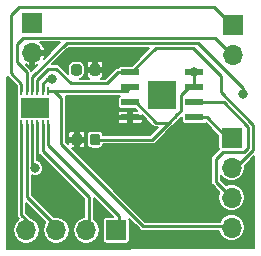
<source format=gtl>
G04 #@! TF.GenerationSoftware,KiCad,Pcbnew,5.0.1-33cea8e~68~ubuntu14.04.1*
G04 #@! TF.CreationDate,2018-11-21T18:03:04-08:00*
G04 #@! TF.ProjectId,ga4-evalboard,6761342D6576616C626F6172642E6B69,rev?*
G04 #@! TF.SameCoordinates,Original*
G04 #@! TF.FileFunction,Copper,L1,Top,Signal*
G04 #@! TF.FilePolarity,Positive*
%FSLAX46Y46*%
G04 Gerber Fmt 4.6, Leading zero omitted, Abs format (unit mm)*
G04 Created by KiCad (PCBNEW 5.0.1-33cea8e~68~ubuntu14.04.1) date Wed 21 Nov 2018 06:03:04 PM PST*
%MOMM*%
%LPD*%
G01*
G04 APERTURE LIST*
G04 #@! TA.AperFunction,SMDPad,CuDef*
%ADD10R,1.550000X0.600000*%
G04 #@! TD*
G04 #@! TA.AperFunction,SMDPad,CuDef*
%ADD11R,2.350000X2.350000*%
G04 #@! TD*
G04 #@! TA.AperFunction,Conductor*
%ADD12C,0.100000*%
G04 #@! TD*
G04 #@! TA.AperFunction,SMDPad,CuDef*
%ADD13C,0.875000*%
G04 #@! TD*
G04 #@! TA.AperFunction,ComponentPad*
%ADD14O,1.700000X1.700000*%
G04 #@! TD*
G04 #@! TA.AperFunction,ComponentPad*
%ADD15R,1.700000X1.700000*%
G04 #@! TD*
G04 #@! TA.AperFunction,SMDPad,CuDef*
%ADD16R,0.250000X0.700000*%
G04 #@! TD*
G04 #@! TA.AperFunction,SMDPad,CuDef*
%ADD17R,2.380000X1.660000*%
G04 #@! TD*
G04 #@! TA.AperFunction,ViaPad*
%ADD18C,0.800000*%
G04 #@! TD*
G04 #@! TA.AperFunction,Conductor*
%ADD19C,0.250000*%
G04 #@! TD*
G04 #@! TA.AperFunction,Conductor*
%ADD20C,0.160000*%
G04 #@! TD*
G04 APERTURE END LIST*
D10*
G04 #@! TO.P,U4,1*
G04 #@! TO.N,01.03*
X144175000Y-97695000D03*
G04 #@! TO.P,U4,2*
G04 #@! TO.N,01.17*
X144175000Y-98965000D03*
G04 #@! TO.P,U4,3*
G04 #@! TO.N,RESET*
X144175000Y-100235000D03*
G04 #@! TO.P,U4,4*
G04 #@! TO.N,GND*
X144175000Y-101505000D03*
G04 #@! TO.P,U4,5*
G04 #@! TO.N,01.05*
X149575000Y-101505000D03*
G04 #@! TO.P,U4,6*
G04 #@! TO.N,01.01*
X149575000Y-100235000D03*
G04 #@! TO.P,U4,7*
G04 #@! TO.N,RESET*
X149575000Y-98965000D03*
G04 #@! TO.P,U4,8*
X149575000Y-97695000D03*
D11*
G04 #@! TO.P,U4,9*
G04 #@! TO.N,N/C*
X146875000Y-99600000D03*
G04 #@! TD*
D12*
G04 #@! TO.N,GND*
G04 #@! TO.C,C1*
G36*
X141415191Y-97001053D02*
X141436426Y-97004203D01*
X141457250Y-97009419D01*
X141477462Y-97016651D01*
X141496868Y-97025830D01*
X141515281Y-97036866D01*
X141532524Y-97049654D01*
X141548430Y-97064070D01*
X141562846Y-97079976D01*
X141575634Y-97097219D01*
X141586670Y-97115632D01*
X141595849Y-97135038D01*
X141603081Y-97155250D01*
X141608297Y-97176074D01*
X141611447Y-97197309D01*
X141612500Y-97218750D01*
X141612500Y-97731250D01*
X141611447Y-97752691D01*
X141608297Y-97773926D01*
X141603081Y-97794750D01*
X141595849Y-97814962D01*
X141586670Y-97834368D01*
X141575634Y-97852781D01*
X141562846Y-97870024D01*
X141548430Y-97885930D01*
X141532524Y-97900346D01*
X141515281Y-97913134D01*
X141496868Y-97924170D01*
X141477462Y-97933349D01*
X141457250Y-97940581D01*
X141436426Y-97945797D01*
X141415191Y-97948947D01*
X141393750Y-97950000D01*
X140956250Y-97950000D01*
X140934809Y-97948947D01*
X140913574Y-97945797D01*
X140892750Y-97940581D01*
X140872538Y-97933349D01*
X140853132Y-97924170D01*
X140834719Y-97913134D01*
X140817476Y-97900346D01*
X140801570Y-97885930D01*
X140787154Y-97870024D01*
X140774366Y-97852781D01*
X140763330Y-97834368D01*
X140754151Y-97814962D01*
X140746919Y-97794750D01*
X140741703Y-97773926D01*
X140738553Y-97752691D01*
X140737500Y-97731250D01*
X140737500Y-97218750D01*
X140738553Y-97197309D01*
X140741703Y-97176074D01*
X140746919Y-97155250D01*
X140754151Y-97135038D01*
X140763330Y-97115632D01*
X140774366Y-97097219D01*
X140787154Y-97079976D01*
X140801570Y-97064070D01*
X140817476Y-97049654D01*
X140834719Y-97036866D01*
X140853132Y-97025830D01*
X140872538Y-97016651D01*
X140892750Y-97009419D01*
X140913574Y-97004203D01*
X140934809Y-97001053D01*
X140956250Y-97000000D01*
X141393750Y-97000000D01*
X141415191Y-97001053D01*
X141415191Y-97001053D01*
G37*
D13*
G04 #@! TD*
G04 #@! TO.P,C1,2*
G04 #@! TO.N,GND*
X141175000Y-97475000D03*
D12*
G04 #@! TO.N,RESET*
G04 #@! TO.C,C1*
G36*
X139840191Y-97001053D02*
X139861426Y-97004203D01*
X139882250Y-97009419D01*
X139902462Y-97016651D01*
X139921868Y-97025830D01*
X139940281Y-97036866D01*
X139957524Y-97049654D01*
X139973430Y-97064070D01*
X139987846Y-97079976D01*
X140000634Y-97097219D01*
X140011670Y-97115632D01*
X140020849Y-97135038D01*
X140028081Y-97155250D01*
X140033297Y-97176074D01*
X140036447Y-97197309D01*
X140037500Y-97218750D01*
X140037500Y-97731250D01*
X140036447Y-97752691D01*
X140033297Y-97773926D01*
X140028081Y-97794750D01*
X140020849Y-97814962D01*
X140011670Y-97834368D01*
X140000634Y-97852781D01*
X139987846Y-97870024D01*
X139973430Y-97885930D01*
X139957524Y-97900346D01*
X139940281Y-97913134D01*
X139921868Y-97924170D01*
X139902462Y-97933349D01*
X139882250Y-97940581D01*
X139861426Y-97945797D01*
X139840191Y-97948947D01*
X139818750Y-97950000D01*
X139381250Y-97950000D01*
X139359809Y-97948947D01*
X139338574Y-97945797D01*
X139317750Y-97940581D01*
X139297538Y-97933349D01*
X139278132Y-97924170D01*
X139259719Y-97913134D01*
X139242476Y-97900346D01*
X139226570Y-97885930D01*
X139212154Y-97870024D01*
X139199366Y-97852781D01*
X139188330Y-97834368D01*
X139179151Y-97814962D01*
X139171919Y-97794750D01*
X139166703Y-97773926D01*
X139163553Y-97752691D01*
X139162500Y-97731250D01*
X139162500Y-97218750D01*
X139163553Y-97197309D01*
X139166703Y-97176074D01*
X139171919Y-97155250D01*
X139179151Y-97135038D01*
X139188330Y-97115632D01*
X139199366Y-97097219D01*
X139212154Y-97079976D01*
X139226570Y-97064070D01*
X139242476Y-97049654D01*
X139259719Y-97036866D01*
X139278132Y-97025830D01*
X139297538Y-97016651D01*
X139317750Y-97009419D01*
X139338574Y-97004203D01*
X139359809Y-97001053D01*
X139381250Y-97000000D01*
X139818750Y-97000000D01*
X139840191Y-97001053D01*
X139840191Y-97001053D01*
G37*
D13*
G04 #@! TD*
G04 #@! TO.P,C1,1*
G04 #@! TO.N,RESET*
X139600000Y-97475000D03*
D12*
G04 #@! TO.N,GND*
G04 #@! TO.C,C8*
G36*
X139865191Y-102901053D02*
X139886426Y-102904203D01*
X139907250Y-102909419D01*
X139927462Y-102916651D01*
X139946868Y-102925830D01*
X139965281Y-102936866D01*
X139982524Y-102949654D01*
X139998430Y-102964070D01*
X140012846Y-102979976D01*
X140025634Y-102997219D01*
X140036670Y-103015632D01*
X140045849Y-103035038D01*
X140053081Y-103055250D01*
X140058297Y-103076074D01*
X140061447Y-103097309D01*
X140062500Y-103118750D01*
X140062500Y-103631250D01*
X140061447Y-103652691D01*
X140058297Y-103673926D01*
X140053081Y-103694750D01*
X140045849Y-103714962D01*
X140036670Y-103734368D01*
X140025634Y-103752781D01*
X140012846Y-103770024D01*
X139998430Y-103785930D01*
X139982524Y-103800346D01*
X139965281Y-103813134D01*
X139946868Y-103824170D01*
X139927462Y-103833349D01*
X139907250Y-103840581D01*
X139886426Y-103845797D01*
X139865191Y-103848947D01*
X139843750Y-103850000D01*
X139406250Y-103850000D01*
X139384809Y-103848947D01*
X139363574Y-103845797D01*
X139342750Y-103840581D01*
X139322538Y-103833349D01*
X139303132Y-103824170D01*
X139284719Y-103813134D01*
X139267476Y-103800346D01*
X139251570Y-103785930D01*
X139237154Y-103770024D01*
X139224366Y-103752781D01*
X139213330Y-103734368D01*
X139204151Y-103714962D01*
X139196919Y-103694750D01*
X139191703Y-103673926D01*
X139188553Y-103652691D01*
X139187500Y-103631250D01*
X139187500Y-103118750D01*
X139188553Y-103097309D01*
X139191703Y-103076074D01*
X139196919Y-103055250D01*
X139204151Y-103035038D01*
X139213330Y-103015632D01*
X139224366Y-102997219D01*
X139237154Y-102979976D01*
X139251570Y-102964070D01*
X139267476Y-102949654D01*
X139284719Y-102936866D01*
X139303132Y-102925830D01*
X139322538Y-102916651D01*
X139342750Y-102909419D01*
X139363574Y-102904203D01*
X139384809Y-102901053D01*
X139406250Y-102900000D01*
X139843750Y-102900000D01*
X139865191Y-102901053D01*
X139865191Y-102901053D01*
G37*
D13*
G04 #@! TD*
G04 #@! TO.P,C8,1*
G04 #@! TO.N,GND*
X139625000Y-103375000D03*
D12*
G04 #@! TO.N,RESET*
G04 #@! TO.C,C8*
G36*
X141440191Y-102901053D02*
X141461426Y-102904203D01*
X141482250Y-102909419D01*
X141502462Y-102916651D01*
X141521868Y-102925830D01*
X141540281Y-102936866D01*
X141557524Y-102949654D01*
X141573430Y-102964070D01*
X141587846Y-102979976D01*
X141600634Y-102997219D01*
X141611670Y-103015632D01*
X141620849Y-103035038D01*
X141628081Y-103055250D01*
X141633297Y-103076074D01*
X141636447Y-103097309D01*
X141637500Y-103118750D01*
X141637500Y-103631250D01*
X141636447Y-103652691D01*
X141633297Y-103673926D01*
X141628081Y-103694750D01*
X141620849Y-103714962D01*
X141611670Y-103734368D01*
X141600634Y-103752781D01*
X141587846Y-103770024D01*
X141573430Y-103785930D01*
X141557524Y-103800346D01*
X141540281Y-103813134D01*
X141521868Y-103824170D01*
X141502462Y-103833349D01*
X141482250Y-103840581D01*
X141461426Y-103845797D01*
X141440191Y-103848947D01*
X141418750Y-103850000D01*
X140981250Y-103850000D01*
X140959809Y-103848947D01*
X140938574Y-103845797D01*
X140917750Y-103840581D01*
X140897538Y-103833349D01*
X140878132Y-103824170D01*
X140859719Y-103813134D01*
X140842476Y-103800346D01*
X140826570Y-103785930D01*
X140812154Y-103770024D01*
X140799366Y-103752781D01*
X140788330Y-103734368D01*
X140779151Y-103714962D01*
X140771919Y-103694750D01*
X140766703Y-103673926D01*
X140763553Y-103652691D01*
X140762500Y-103631250D01*
X140762500Y-103118750D01*
X140763553Y-103097309D01*
X140766703Y-103076074D01*
X140771919Y-103055250D01*
X140779151Y-103035038D01*
X140788330Y-103015632D01*
X140799366Y-102997219D01*
X140812154Y-102979976D01*
X140826570Y-102964070D01*
X140842476Y-102949654D01*
X140859719Y-102936866D01*
X140878132Y-102925830D01*
X140897538Y-102916651D01*
X140917750Y-102909419D01*
X140938574Y-102904203D01*
X140959809Y-102901053D01*
X140981250Y-102900000D01*
X141418750Y-102900000D01*
X141440191Y-102901053D01*
X141440191Y-102901053D01*
G37*
D13*
G04 #@! TD*
G04 #@! TO.P,C8,2*
G04 #@! TO.N,RESET*
X141200000Y-103375000D03*
D14*
G04 #@! TO.P,J1,2*
G04 #@! TO.N,GND*
X135850000Y-96040000D03*
D15*
G04 #@! TO.P,J1,1*
G04 #@! TO.N,RESET*
X135850000Y-93500000D03*
G04 #@! TD*
G04 #@! TO.P,J2,1*
G04 #@! TO.N,11.ai*
X152875000Y-93700000D03*
D14*
G04 #@! TO.P,J2,2*
G04 #@! TO.N,11.aO*
X152875000Y-96240000D03*
G04 #@! TD*
D16*
G04 #@! TO.P,U1,1*
G04 #@! TO.N,10.17*
X134950000Y-102075000D03*
G04 #@! TO.P,U1,2*
G04 #@! TO.N,10.01*
X135400000Y-102075000D03*
G04 #@! TO.P,U1,3*
G04 #@! TO.N,RESET*
X135850000Y-102075000D03*
G04 #@! TO.P,U1,4*
G04 #@! TO.N,GND*
X136300000Y-102075000D03*
G04 #@! TO.P,U1,5*
G04 #@! TO.N,00.17*
X136750000Y-102075000D03*
G04 #@! TO.P,U1,6*
G04 #@! TO.N,00.01*
X137200000Y-102075000D03*
G04 #@! TO.P,U1,7*
G04 #@! TO.N,01.17*
X137200000Y-99275000D03*
G04 #@! TO.P,U1,8*
G04 #@! TO.N,01.01*
X136750000Y-99275000D03*
G04 #@! TO.P,U1,9*
G04 #@! TO.N,01.03*
X136300000Y-99275000D03*
G04 #@! TO.P,U1,10*
G04 #@! TO.N,01.05*
X135850000Y-99275000D03*
G04 #@! TO.P,U1,11*
G04 #@! TO.N,11.aO*
X135400000Y-99275000D03*
G04 #@! TO.P,U1,12*
G04 #@! TO.N,11.ai*
X134950000Y-99275000D03*
D17*
G04 #@! TO.P,U1,13*
G04 #@! TO.N,N/C*
X136075000Y-100675000D03*
G04 #@! TD*
D15*
G04 #@! TO.P,J3,1*
G04 #@! TO.N,01.05*
X152750000Y-103200000D03*
D14*
G04 #@! TO.P,J3,2*
G04 #@! TO.N,01.03*
X152750000Y-105740000D03*
G04 #@! TO.P,J3,3*
G04 #@! TO.N,01.01*
X152750000Y-108280000D03*
G04 #@! TO.P,J3,4*
G04 #@! TO.N,01.17*
X152750000Y-110820000D03*
G04 #@! TD*
G04 #@! TO.P,J4,4*
G04 #@! TO.N,10.17*
X135355000Y-111050000D03*
G04 #@! TO.P,J4,3*
G04 #@! TO.N,10.01*
X137895000Y-111050000D03*
G04 #@! TO.P,J4,2*
G04 #@! TO.N,00.17*
X140435000Y-111050000D03*
D15*
G04 #@! TO.P,J4,1*
G04 #@! TO.N,00.01*
X142975000Y-111050000D03*
G04 #@! TD*
D18*
G04 #@! TO.N,GND*
X139625000Y-103350000D03*
G04 #@! TO.N,RESET*
X139550000Y-97475000D03*
G04 #@! TO.N,GND*
X141175000Y-97475000D03*
G04 #@! TO.N,01.05*
X153675160Y-99549840D03*
G04 #@! TO.N,RESET*
X136125000Y-105800000D03*
X149575000Y-97695000D03*
G04 #@! TO.N,01.01*
X137574840Y-98275160D03*
G04 #@! TD*
D19*
G04 #@! TO.N,11.aO*
X135400000Y-98675000D02*
X135400000Y-99275000D01*
X135400000Y-98675000D02*
X135400000Y-97675000D01*
X135050000Y-97325000D02*
X134925000Y-97200000D01*
X135400000Y-97675000D02*
X135050000Y-97325000D01*
G04 #@! TO.N,RESET*
X149575000Y-97695000D02*
X149575000Y-97695000D01*
X135850000Y-105525000D02*
X136125000Y-105800000D01*
X135850000Y-102075000D02*
X135850000Y-105525000D01*
X149575000Y-97695000D02*
X149575000Y-98965000D01*
X148474999Y-99590001D02*
X149100000Y-98965000D01*
X148474999Y-100935003D02*
X148474999Y-99590001D01*
X149100000Y-98965000D02*
X149575000Y-98965000D01*
X148160002Y-101250000D02*
X148474999Y-100935003D01*
X141200000Y-103375000D02*
X146035002Y-103375000D01*
X147910002Y-101500000D02*
X148160002Y-101250000D01*
X146350002Y-101935002D02*
X147475000Y-101935002D01*
X144650000Y-100235000D02*
X146350002Y-101935002D01*
X144175000Y-100235000D02*
X144650000Y-100235000D01*
X147475000Y-101935002D02*
X148160002Y-101250000D01*
X146035002Y-103375000D02*
X147475000Y-101935002D01*
G04 #@! TO.N,11.ai*
X134950000Y-98675000D02*
X134950000Y-99275000D01*
X134050000Y-97775000D02*
X134950000Y-98675000D01*
X134050000Y-92825000D02*
X134050000Y-97775000D01*
X134725000Y-92150000D02*
X134050000Y-92825000D01*
X151275000Y-92150000D02*
X134725000Y-92150000D01*
X152775000Y-93650000D02*
X151275000Y-92150000D01*
G04 #@! TO.N,11.aO*
X134550000Y-96825000D02*
X135050000Y-97325000D01*
X151334978Y-94749978D02*
X135050022Y-94749978D01*
X134550000Y-95250000D02*
X134550000Y-96825000D01*
X135050022Y-94749978D02*
X134550000Y-95250000D01*
X152775000Y-96190000D02*
X151334978Y-94749978D01*
G04 #@! TO.N,01.05*
X152325000Y-103200000D02*
X152750000Y-103200000D01*
X150630000Y-101505000D02*
X152325000Y-103200000D01*
X149575000Y-101505000D02*
X150630000Y-101505000D01*
X149890994Y-95199989D02*
X153675160Y-98984155D01*
X135850000Y-99275000D02*
X135850000Y-98113589D01*
X138763600Y-95199989D02*
X149890994Y-95199989D01*
X135850000Y-98113589D02*
X138763600Y-95199989D01*
X153675160Y-98984155D02*
X153675160Y-99549840D01*
G04 #@! TO.N,01.03*
X136300000Y-98300000D02*
X136300000Y-99275000D01*
X137870057Y-97370057D02*
X137229943Y-97370057D01*
X137229943Y-97370057D02*
X136300000Y-98300000D01*
X139125000Y-98625000D02*
X137870057Y-97370057D01*
X142220000Y-98625000D02*
X139125000Y-98625000D01*
X143150000Y-97695000D02*
X142220000Y-98625000D01*
X144175000Y-97695000D02*
X143150000Y-97695000D01*
X153231413Y-105640000D02*
X152950000Y-105640000D01*
X154574990Y-104296423D02*
X153231413Y-105640000D01*
X154574990Y-102103577D02*
X154574990Y-104296423D01*
X151825000Y-99353587D02*
X154574990Y-102103577D01*
X151825000Y-97975000D02*
X151825000Y-99353587D01*
X149500000Y-95650000D02*
X151825000Y-97975000D01*
X146300000Y-95650000D02*
X149500000Y-95650000D01*
X144255000Y-97695000D02*
X146300000Y-95650000D01*
X144175000Y-97695000D02*
X144255000Y-97695000D01*
G04 #@! TO.N,01.01*
X136750000Y-98675000D02*
X137149840Y-98275160D01*
X136750000Y-99275000D02*
X136750000Y-98675000D01*
X137149840Y-98275160D02*
X137574840Y-98275160D01*
X151400000Y-106930000D02*
X152750000Y-108280000D01*
X151400000Y-105025000D02*
X151400000Y-106930000D01*
X151975000Y-104450000D02*
X151400000Y-105025000D01*
X153785002Y-104450000D02*
X151975000Y-104450000D01*
X154124979Y-104110023D02*
X153785002Y-104450000D01*
X154124979Y-102289977D02*
X154124979Y-104110023D01*
X152070002Y-100235000D02*
X154124979Y-102289977D01*
X149575000Y-100235000D02*
X152070002Y-100235000D01*
G04 #@! TO.N,01.17*
X151747919Y-110720000D02*
X152950000Y-110720000D01*
X143865000Y-99275000D02*
X144175000Y-98965000D01*
X138375000Y-99275000D02*
X143865000Y-99275000D01*
X150975000Y-110720000D02*
X151747919Y-110720000D01*
X150454998Y-110720000D02*
X150975000Y-110720000D01*
X138375000Y-99275000D02*
X138425000Y-99275000D01*
X137200000Y-99275000D02*
X137725000Y-99275000D01*
X137725000Y-99275000D02*
X138375000Y-99275000D01*
X145270000Y-110720000D02*
X150975000Y-110720000D01*
X138325000Y-103775000D02*
X145270000Y-110720000D01*
X138325000Y-99875000D02*
X138325000Y-103775000D01*
X137725000Y-99275000D02*
X138325000Y-99875000D01*
G04 #@! TO.N,10.17*
X134950000Y-102675000D02*
X134950000Y-102075000D01*
X134950000Y-109725000D02*
X134950000Y-102675000D01*
X135585000Y-110360000D02*
X134950000Y-109725000D01*
X135585000Y-110950000D02*
X135585000Y-110360000D01*
G04 #@! TO.N,10.01*
X135400000Y-102675000D02*
X135400000Y-102075000D01*
X138125000Y-110950000D02*
X135400000Y-108225000D01*
X135400000Y-108225000D02*
X135400000Y-102675000D01*
G04 #@! TO.N,00.17*
X136750000Y-104362291D02*
X136750000Y-102075000D01*
X140665000Y-108277291D02*
X136750000Y-104362291D01*
X140665000Y-110950000D02*
X140665000Y-108277291D01*
G04 #@! TO.N,00.01*
X137200000Y-103845000D02*
X137200000Y-102075000D01*
X143205000Y-109850000D02*
X137200000Y-103845000D01*
X143205000Y-110950000D02*
X143205000Y-109850000D01*
G04 #@! TD*
D20*
G04 #@! TO.N,GND*
G36*
X133758013Y-98066988D02*
X133791826Y-98089581D01*
X134545000Y-98842757D01*
X134545000Y-98897423D01*
X134539515Y-98925000D01*
X134539515Y-99625000D01*
X134561246Y-99734250D01*
X134607712Y-99803791D01*
X134599515Y-99845000D01*
X134599515Y-101505000D01*
X134607712Y-101546209D01*
X134561246Y-101615750D01*
X134539515Y-101725000D01*
X134539515Y-102425000D01*
X134545000Y-102452577D01*
X134545000Y-102714886D01*
X134545001Y-102714891D01*
X134545000Y-109685117D01*
X134537067Y-109725000D01*
X134545000Y-109764883D01*
X134545000Y-109764886D01*
X134568499Y-109883022D01*
X134658012Y-110016988D01*
X134691828Y-110039584D01*
X134748473Y-110096228D01*
X134540315Y-110235315D01*
X134290563Y-110609096D01*
X134202862Y-111050000D01*
X134290563Y-111490904D01*
X134540315Y-111864685D01*
X134914096Y-112114437D01*
X135243704Y-112180000D01*
X135466296Y-112180000D01*
X135795904Y-112114437D01*
X136169685Y-111864685D01*
X136419437Y-111490904D01*
X136507138Y-111050000D01*
X136419437Y-110609096D01*
X136169685Y-110235315D01*
X135795904Y-109985563D01*
X135780194Y-109982438D01*
X135355000Y-109557245D01*
X135355000Y-108752755D01*
X136983081Y-110380837D01*
X136830563Y-110609096D01*
X136742862Y-111050000D01*
X136830563Y-111490904D01*
X137080315Y-111864685D01*
X137454096Y-112114437D01*
X137783704Y-112180000D01*
X138006296Y-112180000D01*
X138335904Y-112114437D01*
X138709685Y-111864685D01*
X138959437Y-111490904D01*
X139047138Y-111050000D01*
X138959437Y-110609096D01*
X138709685Y-110235315D01*
X138335904Y-109985563D01*
X138006296Y-109920000D01*
X137783704Y-109920000D01*
X137686993Y-109939237D01*
X135805000Y-108057245D01*
X135805000Y-106403478D01*
X135989740Y-106480000D01*
X136260260Y-106480000D01*
X136510189Y-106376476D01*
X136701476Y-106185189D01*
X136805000Y-105935260D01*
X136805000Y-105664740D01*
X136701476Y-105414811D01*
X136510189Y-105223524D01*
X136260260Y-105120000D01*
X136255000Y-105120000D01*
X136255000Y-102452575D01*
X136260485Y-102425000D01*
X136260485Y-101881000D01*
X136339515Y-101881000D01*
X136339515Y-102425000D01*
X136345001Y-102452579D01*
X136345000Y-104322408D01*
X136337067Y-104362291D01*
X136345000Y-104402174D01*
X136345000Y-104402177D01*
X136368499Y-104520313D01*
X136458012Y-104654279D01*
X136491829Y-104676875D01*
X140260001Y-108445048D01*
X140260000Y-109932671D01*
X139994096Y-109985563D01*
X139620315Y-110235315D01*
X139370563Y-110609096D01*
X139282862Y-111050000D01*
X139370563Y-111490904D01*
X139620315Y-111864685D01*
X139994096Y-112114437D01*
X140323704Y-112180000D01*
X140546296Y-112180000D01*
X140875904Y-112114437D01*
X141249685Y-111864685D01*
X141499437Y-111490904D01*
X141587138Y-111050000D01*
X141499437Y-110609096D01*
X141249685Y-110235315D01*
X141070000Y-110115254D01*
X141070000Y-108317173D01*
X141074880Y-108292637D01*
X142696758Y-109914515D01*
X142125000Y-109914515D01*
X142015750Y-109936246D01*
X141923132Y-109998132D01*
X141861246Y-110090750D01*
X141839515Y-110200000D01*
X141839515Y-111900000D01*
X141861246Y-112009250D01*
X141923132Y-112101868D01*
X142015750Y-112163754D01*
X142125000Y-112185485D01*
X143825000Y-112185485D01*
X143934250Y-112163754D01*
X144026868Y-112101868D01*
X144088754Y-112009250D01*
X144110485Y-111900000D01*
X144110485Y-110200000D01*
X144093909Y-110116666D01*
X144955420Y-110978177D01*
X144978012Y-111011988D01*
X145011823Y-111034580D01*
X145011825Y-111034582D01*
X145055151Y-111063531D01*
X145111977Y-111101501D01*
X145230113Y-111125000D01*
X145230118Y-111125000D01*
X145269999Y-111132933D01*
X145309881Y-111125000D01*
X151658530Y-111125000D01*
X151685563Y-111260904D01*
X151935315Y-111634685D01*
X152309096Y-111884437D01*
X152638704Y-111950000D01*
X152861296Y-111950000D01*
X153190904Y-111884437D01*
X153564685Y-111634685D01*
X153814437Y-111260904D01*
X153902138Y-110820000D01*
X153814437Y-110379096D01*
X153564685Y-110005315D01*
X153190904Y-109755563D01*
X152861296Y-109690000D01*
X152638704Y-109690000D01*
X152309096Y-109755563D01*
X151935315Y-110005315D01*
X151728390Y-110315000D01*
X145437757Y-110315000D01*
X139252755Y-104130000D01*
X139381000Y-104130000D01*
X139451000Y-104060000D01*
X139451000Y-103549000D01*
X139799000Y-103549000D01*
X139799000Y-104060000D01*
X139869000Y-104130000D01*
X140118196Y-104130000D01*
X140221108Y-104087372D01*
X140299873Y-104008607D01*
X140342500Y-103905695D01*
X140342500Y-103619000D01*
X140272500Y-103549000D01*
X139799000Y-103549000D01*
X139451000Y-103549000D01*
X138977500Y-103549000D01*
X138907500Y-103619000D01*
X138907500Y-103784745D01*
X138730000Y-103607245D01*
X138730000Y-102844305D01*
X138907500Y-102844305D01*
X138907500Y-103131000D01*
X138977500Y-103201000D01*
X139451000Y-103201000D01*
X139451000Y-102690000D01*
X139799000Y-102690000D01*
X139799000Y-103201000D01*
X140272500Y-103201000D01*
X140342500Y-103131000D01*
X140342500Y-102844305D01*
X140299873Y-102741393D01*
X140221108Y-102662628D01*
X140118196Y-102620000D01*
X139869000Y-102620000D01*
X139799000Y-102690000D01*
X139451000Y-102690000D01*
X139381000Y-102620000D01*
X139131804Y-102620000D01*
X139028892Y-102662628D01*
X138950127Y-102741393D01*
X138907500Y-102844305D01*
X138730000Y-102844305D01*
X138730000Y-101725000D01*
X143120000Y-101725000D01*
X143120000Y-101860695D01*
X143162627Y-101963607D01*
X143241392Y-102042372D01*
X143344304Y-102085000D01*
X143931000Y-102085000D01*
X144001000Y-102015000D01*
X144001000Y-101655000D01*
X144349000Y-101655000D01*
X144349000Y-102015000D01*
X144419000Y-102085000D01*
X145005696Y-102085000D01*
X145108608Y-102042372D01*
X145187373Y-101963607D01*
X145230000Y-101860695D01*
X145230000Y-101725000D01*
X145160000Y-101655000D01*
X144349000Y-101655000D01*
X144001000Y-101655000D01*
X143190000Y-101655000D01*
X143120000Y-101725000D01*
X138730000Y-101725000D01*
X138730000Y-101149305D01*
X143120000Y-101149305D01*
X143120000Y-101285000D01*
X143190000Y-101355000D01*
X144001000Y-101355000D01*
X144001000Y-100995000D01*
X143931000Y-100925000D01*
X143344304Y-100925000D01*
X143241392Y-100967628D01*
X143162627Y-101046393D01*
X143120000Y-101149305D01*
X138730000Y-101149305D01*
X138730000Y-99914881D01*
X138737933Y-99874999D01*
X138730000Y-99835118D01*
X138730000Y-99835113D01*
X138706501Y-99716977D01*
X138681794Y-99680000D01*
X143277649Y-99680000D01*
X143198132Y-99733132D01*
X143136246Y-99825750D01*
X143114515Y-99935000D01*
X143114515Y-100535000D01*
X143136246Y-100644250D01*
X143198132Y-100736868D01*
X143290750Y-100798754D01*
X143400000Y-100820485D01*
X144662730Y-100820485D01*
X144767245Y-100925000D01*
X144419000Y-100925000D01*
X144349000Y-100995000D01*
X144349000Y-101355000D01*
X145160000Y-101355000D01*
X145178622Y-101336378D01*
X146035420Y-102193176D01*
X146058014Y-102226990D01*
X146191979Y-102316503D01*
X146310115Y-102340002D01*
X146310119Y-102340002D01*
X146350002Y-102347935D01*
X146389885Y-102340002D01*
X146497244Y-102340002D01*
X145867247Y-102970000D01*
X141893396Y-102970000D01*
X141884602Y-102925788D01*
X141775298Y-102762202D01*
X141611712Y-102652898D01*
X141418750Y-102614515D01*
X140981250Y-102614515D01*
X140788288Y-102652898D01*
X140624702Y-102762202D01*
X140515398Y-102925788D01*
X140477015Y-103118750D01*
X140477015Y-103631250D01*
X140515398Y-103824212D01*
X140624702Y-103987798D01*
X140788288Y-104097102D01*
X140981250Y-104135485D01*
X141418750Y-104135485D01*
X141611712Y-104097102D01*
X141775298Y-103987798D01*
X141884602Y-103824212D01*
X141893396Y-103780000D01*
X145995119Y-103780000D01*
X146035002Y-103787933D01*
X146074885Y-103780000D01*
X146074889Y-103780000D01*
X146193025Y-103756501D01*
X146326990Y-103666988D01*
X146349586Y-103633171D01*
X147733174Y-102249584D01*
X147766988Y-102226990D01*
X147789584Y-102193173D01*
X148474584Y-101508174D01*
X148474586Y-101508171D01*
X148514515Y-101468242D01*
X148514515Y-101805000D01*
X148536246Y-101914250D01*
X148598132Y-102006868D01*
X148690750Y-102068754D01*
X148800000Y-102090485D01*
X150350000Y-102090485D01*
X150459250Y-102068754D01*
X150551868Y-102006868D01*
X150554770Y-102002525D01*
X151614515Y-103062271D01*
X151614515Y-104050000D01*
X151636246Y-104159250D01*
X151658976Y-104193268D01*
X151141828Y-104710416D01*
X151108012Y-104733012D01*
X151018499Y-104866978D01*
X150995000Y-104985114D01*
X150995000Y-104985117D01*
X150987067Y-105025000D01*
X150995000Y-105064883D01*
X150995001Y-106890113D01*
X150987067Y-106930000D01*
X151018499Y-107088022D01*
X151018500Y-107088023D01*
X151108013Y-107221988D01*
X151141826Y-107244582D01*
X151705901Y-107808657D01*
X151685563Y-107839096D01*
X151597862Y-108280000D01*
X151685563Y-108720904D01*
X151935315Y-109094685D01*
X152309096Y-109344437D01*
X152638704Y-109410000D01*
X152861296Y-109410000D01*
X153190904Y-109344437D01*
X153564685Y-109094685D01*
X153814437Y-108720904D01*
X153902138Y-108280000D01*
X153814437Y-107839096D01*
X153564685Y-107465315D01*
X153190904Y-107215563D01*
X152861296Y-107150000D01*
X152638704Y-107150000D01*
X152309096Y-107215563D01*
X152278657Y-107235901D01*
X151805000Y-106762245D01*
X151805000Y-106359654D01*
X151935315Y-106554685D01*
X152309096Y-106804437D01*
X152638704Y-106870000D01*
X152861296Y-106870000D01*
X153190904Y-106804437D01*
X153564685Y-106554685D01*
X153814437Y-106180904D01*
X153902138Y-105740000D01*
X153869293Y-105574875D01*
X154660001Y-104784168D01*
X154660001Y-112585787D01*
X133740000Y-112634213D01*
X133740000Y-98040030D01*
X133758013Y-98066988D01*
X133758013Y-98066988D01*
G37*
X133758013Y-98066988D02*
X133791826Y-98089581D01*
X134545000Y-98842757D01*
X134545000Y-98897423D01*
X134539515Y-98925000D01*
X134539515Y-99625000D01*
X134561246Y-99734250D01*
X134607712Y-99803791D01*
X134599515Y-99845000D01*
X134599515Y-101505000D01*
X134607712Y-101546209D01*
X134561246Y-101615750D01*
X134539515Y-101725000D01*
X134539515Y-102425000D01*
X134545000Y-102452577D01*
X134545000Y-102714886D01*
X134545001Y-102714891D01*
X134545000Y-109685117D01*
X134537067Y-109725000D01*
X134545000Y-109764883D01*
X134545000Y-109764886D01*
X134568499Y-109883022D01*
X134658012Y-110016988D01*
X134691828Y-110039584D01*
X134748473Y-110096228D01*
X134540315Y-110235315D01*
X134290563Y-110609096D01*
X134202862Y-111050000D01*
X134290563Y-111490904D01*
X134540315Y-111864685D01*
X134914096Y-112114437D01*
X135243704Y-112180000D01*
X135466296Y-112180000D01*
X135795904Y-112114437D01*
X136169685Y-111864685D01*
X136419437Y-111490904D01*
X136507138Y-111050000D01*
X136419437Y-110609096D01*
X136169685Y-110235315D01*
X135795904Y-109985563D01*
X135780194Y-109982438D01*
X135355000Y-109557245D01*
X135355000Y-108752755D01*
X136983081Y-110380837D01*
X136830563Y-110609096D01*
X136742862Y-111050000D01*
X136830563Y-111490904D01*
X137080315Y-111864685D01*
X137454096Y-112114437D01*
X137783704Y-112180000D01*
X138006296Y-112180000D01*
X138335904Y-112114437D01*
X138709685Y-111864685D01*
X138959437Y-111490904D01*
X139047138Y-111050000D01*
X138959437Y-110609096D01*
X138709685Y-110235315D01*
X138335904Y-109985563D01*
X138006296Y-109920000D01*
X137783704Y-109920000D01*
X137686993Y-109939237D01*
X135805000Y-108057245D01*
X135805000Y-106403478D01*
X135989740Y-106480000D01*
X136260260Y-106480000D01*
X136510189Y-106376476D01*
X136701476Y-106185189D01*
X136805000Y-105935260D01*
X136805000Y-105664740D01*
X136701476Y-105414811D01*
X136510189Y-105223524D01*
X136260260Y-105120000D01*
X136255000Y-105120000D01*
X136255000Y-102452575D01*
X136260485Y-102425000D01*
X136260485Y-101881000D01*
X136339515Y-101881000D01*
X136339515Y-102425000D01*
X136345001Y-102452579D01*
X136345000Y-104322408D01*
X136337067Y-104362291D01*
X136345000Y-104402174D01*
X136345000Y-104402177D01*
X136368499Y-104520313D01*
X136458012Y-104654279D01*
X136491829Y-104676875D01*
X140260001Y-108445048D01*
X140260000Y-109932671D01*
X139994096Y-109985563D01*
X139620315Y-110235315D01*
X139370563Y-110609096D01*
X139282862Y-111050000D01*
X139370563Y-111490904D01*
X139620315Y-111864685D01*
X139994096Y-112114437D01*
X140323704Y-112180000D01*
X140546296Y-112180000D01*
X140875904Y-112114437D01*
X141249685Y-111864685D01*
X141499437Y-111490904D01*
X141587138Y-111050000D01*
X141499437Y-110609096D01*
X141249685Y-110235315D01*
X141070000Y-110115254D01*
X141070000Y-108317173D01*
X141074880Y-108292637D01*
X142696758Y-109914515D01*
X142125000Y-109914515D01*
X142015750Y-109936246D01*
X141923132Y-109998132D01*
X141861246Y-110090750D01*
X141839515Y-110200000D01*
X141839515Y-111900000D01*
X141861246Y-112009250D01*
X141923132Y-112101868D01*
X142015750Y-112163754D01*
X142125000Y-112185485D01*
X143825000Y-112185485D01*
X143934250Y-112163754D01*
X144026868Y-112101868D01*
X144088754Y-112009250D01*
X144110485Y-111900000D01*
X144110485Y-110200000D01*
X144093909Y-110116666D01*
X144955420Y-110978177D01*
X144978012Y-111011988D01*
X145011823Y-111034580D01*
X145011825Y-111034582D01*
X145055151Y-111063531D01*
X145111977Y-111101501D01*
X145230113Y-111125000D01*
X145230118Y-111125000D01*
X145269999Y-111132933D01*
X145309881Y-111125000D01*
X151658530Y-111125000D01*
X151685563Y-111260904D01*
X151935315Y-111634685D01*
X152309096Y-111884437D01*
X152638704Y-111950000D01*
X152861296Y-111950000D01*
X153190904Y-111884437D01*
X153564685Y-111634685D01*
X153814437Y-111260904D01*
X153902138Y-110820000D01*
X153814437Y-110379096D01*
X153564685Y-110005315D01*
X153190904Y-109755563D01*
X152861296Y-109690000D01*
X152638704Y-109690000D01*
X152309096Y-109755563D01*
X151935315Y-110005315D01*
X151728390Y-110315000D01*
X145437757Y-110315000D01*
X139252755Y-104130000D01*
X139381000Y-104130000D01*
X139451000Y-104060000D01*
X139451000Y-103549000D01*
X139799000Y-103549000D01*
X139799000Y-104060000D01*
X139869000Y-104130000D01*
X140118196Y-104130000D01*
X140221108Y-104087372D01*
X140299873Y-104008607D01*
X140342500Y-103905695D01*
X140342500Y-103619000D01*
X140272500Y-103549000D01*
X139799000Y-103549000D01*
X139451000Y-103549000D01*
X138977500Y-103549000D01*
X138907500Y-103619000D01*
X138907500Y-103784745D01*
X138730000Y-103607245D01*
X138730000Y-102844305D01*
X138907500Y-102844305D01*
X138907500Y-103131000D01*
X138977500Y-103201000D01*
X139451000Y-103201000D01*
X139451000Y-102690000D01*
X139799000Y-102690000D01*
X139799000Y-103201000D01*
X140272500Y-103201000D01*
X140342500Y-103131000D01*
X140342500Y-102844305D01*
X140299873Y-102741393D01*
X140221108Y-102662628D01*
X140118196Y-102620000D01*
X139869000Y-102620000D01*
X139799000Y-102690000D01*
X139451000Y-102690000D01*
X139381000Y-102620000D01*
X139131804Y-102620000D01*
X139028892Y-102662628D01*
X138950127Y-102741393D01*
X138907500Y-102844305D01*
X138730000Y-102844305D01*
X138730000Y-101725000D01*
X143120000Y-101725000D01*
X143120000Y-101860695D01*
X143162627Y-101963607D01*
X143241392Y-102042372D01*
X143344304Y-102085000D01*
X143931000Y-102085000D01*
X144001000Y-102015000D01*
X144001000Y-101655000D01*
X144349000Y-101655000D01*
X144349000Y-102015000D01*
X144419000Y-102085000D01*
X145005696Y-102085000D01*
X145108608Y-102042372D01*
X145187373Y-101963607D01*
X145230000Y-101860695D01*
X145230000Y-101725000D01*
X145160000Y-101655000D01*
X144349000Y-101655000D01*
X144001000Y-101655000D01*
X143190000Y-101655000D01*
X143120000Y-101725000D01*
X138730000Y-101725000D01*
X138730000Y-101149305D01*
X143120000Y-101149305D01*
X143120000Y-101285000D01*
X143190000Y-101355000D01*
X144001000Y-101355000D01*
X144001000Y-100995000D01*
X143931000Y-100925000D01*
X143344304Y-100925000D01*
X143241392Y-100967628D01*
X143162627Y-101046393D01*
X143120000Y-101149305D01*
X138730000Y-101149305D01*
X138730000Y-99914881D01*
X138737933Y-99874999D01*
X138730000Y-99835118D01*
X138730000Y-99835113D01*
X138706501Y-99716977D01*
X138681794Y-99680000D01*
X143277649Y-99680000D01*
X143198132Y-99733132D01*
X143136246Y-99825750D01*
X143114515Y-99935000D01*
X143114515Y-100535000D01*
X143136246Y-100644250D01*
X143198132Y-100736868D01*
X143290750Y-100798754D01*
X143400000Y-100820485D01*
X144662730Y-100820485D01*
X144767245Y-100925000D01*
X144419000Y-100925000D01*
X144349000Y-100995000D01*
X144349000Y-101355000D01*
X145160000Y-101355000D01*
X145178622Y-101336378D01*
X146035420Y-102193176D01*
X146058014Y-102226990D01*
X146191979Y-102316503D01*
X146310115Y-102340002D01*
X146310119Y-102340002D01*
X146350002Y-102347935D01*
X146389885Y-102340002D01*
X146497244Y-102340002D01*
X145867247Y-102970000D01*
X141893396Y-102970000D01*
X141884602Y-102925788D01*
X141775298Y-102762202D01*
X141611712Y-102652898D01*
X141418750Y-102614515D01*
X140981250Y-102614515D01*
X140788288Y-102652898D01*
X140624702Y-102762202D01*
X140515398Y-102925788D01*
X140477015Y-103118750D01*
X140477015Y-103631250D01*
X140515398Y-103824212D01*
X140624702Y-103987798D01*
X140788288Y-104097102D01*
X140981250Y-104135485D01*
X141418750Y-104135485D01*
X141611712Y-104097102D01*
X141775298Y-103987798D01*
X141884602Y-103824212D01*
X141893396Y-103780000D01*
X145995119Y-103780000D01*
X146035002Y-103787933D01*
X146074885Y-103780000D01*
X146074889Y-103780000D01*
X146193025Y-103756501D01*
X146326990Y-103666988D01*
X146349586Y-103633171D01*
X147733174Y-102249584D01*
X147766988Y-102226990D01*
X147789584Y-102193173D01*
X148474584Y-101508174D01*
X148474586Y-101508171D01*
X148514515Y-101468242D01*
X148514515Y-101805000D01*
X148536246Y-101914250D01*
X148598132Y-102006868D01*
X148690750Y-102068754D01*
X148800000Y-102090485D01*
X150350000Y-102090485D01*
X150459250Y-102068754D01*
X150551868Y-102006868D01*
X150554770Y-102002525D01*
X151614515Y-103062271D01*
X151614515Y-104050000D01*
X151636246Y-104159250D01*
X151658976Y-104193268D01*
X151141828Y-104710416D01*
X151108012Y-104733012D01*
X151018499Y-104866978D01*
X150995000Y-104985114D01*
X150995000Y-104985117D01*
X150987067Y-105025000D01*
X150995000Y-105064883D01*
X150995001Y-106890113D01*
X150987067Y-106930000D01*
X151018499Y-107088022D01*
X151018500Y-107088023D01*
X151108013Y-107221988D01*
X151141826Y-107244582D01*
X151705901Y-107808657D01*
X151685563Y-107839096D01*
X151597862Y-108280000D01*
X151685563Y-108720904D01*
X151935315Y-109094685D01*
X152309096Y-109344437D01*
X152638704Y-109410000D01*
X152861296Y-109410000D01*
X153190904Y-109344437D01*
X153564685Y-109094685D01*
X153814437Y-108720904D01*
X153902138Y-108280000D01*
X153814437Y-107839096D01*
X153564685Y-107465315D01*
X153190904Y-107215563D01*
X152861296Y-107150000D01*
X152638704Y-107150000D01*
X152309096Y-107215563D01*
X152278657Y-107235901D01*
X151805000Y-106762245D01*
X151805000Y-106359654D01*
X151935315Y-106554685D01*
X152309096Y-106804437D01*
X152638704Y-106870000D01*
X152861296Y-106870000D01*
X153190904Y-106804437D01*
X153564685Y-106554685D01*
X153814437Y-106180904D01*
X153902138Y-105740000D01*
X153869293Y-105574875D01*
X154660001Y-104784168D01*
X154660001Y-112585787D01*
X133740000Y-112634213D01*
X133740000Y-98040030D01*
X133758013Y-98066988D01*
G36*
X144267730Y-97109515D02*
X143400000Y-97109515D01*
X143290750Y-97131246D01*
X143198132Y-97193132D01*
X143136976Y-97284658D01*
X143110117Y-97290000D01*
X143110113Y-97290000D01*
X142991977Y-97313499D01*
X142858012Y-97403012D01*
X142835418Y-97436826D01*
X142052245Y-98220000D01*
X141692338Y-98220000D01*
X141771108Y-98187372D01*
X141849873Y-98108607D01*
X141892500Y-98005695D01*
X141892500Y-97719000D01*
X141822500Y-97649000D01*
X141349000Y-97649000D01*
X141349000Y-97669000D01*
X141001000Y-97669000D01*
X141001000Y-97649000D01*
X140527500Y-97649000D01*
X140457500Y-97719000D01*
X140457500Y-98005695D01*
X140500127Y-98108607D01*
X140578892Y-98187372D01*
X140657662Y-98220000D01*
X139896597Y-98220000D01*
X140011712Y-98197102D01*
X140175298Y-98087798D01*
X140284602Y-97924212D01*
X140322985Y-97731250D01*
X140322985Y-97218750D01*
X140284602Y-97025788D01*
X140230158Y-96944305D01*
X140457500Y-96944305D01*
X140457500Y-97231000D01*
X140527500Y-97301000D01*
X141001000Y-97301000D01*
X141001000Y-96790000D01*
X141349000Y-96790000D01*
X141349000Y-97301000D01*
X141822500Y-97301000D01*
X141892500Y-97231000D01*
X141892500Y-96944305D01*
X141849873Y-96841393D01*
X141771108Y-96762628D01*
X141668196Y-96720000D01*
X141419000Y-96720000D01*
X141349000Y-96790000D01*
X141001000Y-96790000D01*
X140931000Y-96720000D01*
X140681804Y-96720000D01*
X140578892Y-96762628D01*
X140500127Y-96841393D01*
X140457500Y-96944305D01*
X140230158Y-96944305D01*
X140175298Y-96862202D01*
X140011712Y-96752898D01*
X139818750Y-96714515D01*
X139381250Y-96714515D01*
X139188288Y-96752898D01*
X139024702Y-96862202D01*
X138915398Y-97025788D01*
X138877015Y-97218750D01*
X138877015Y-97322804D01*
X138870000Y-97339740D01*
X138870000Y-97610260D01*
X138877015Y-97627196D01*
X138877015Y-97731250D01*
X138895144Y-97822387D01*
X138184641Y-97111885D01*
X138162045Y-97078069D01*
X138028080Y-96988556D01*
X137909944Y-96965057D01*
X137909940Y-96965057D01*
X137870057Y-96957124D01*
X137830174Y-96965057D01*
X137571287Y-96965057D01*
X138931356Y-95604989D01*
X145772255Y-95604989D01*
X144267730Y-97109515D01*
X144267730Y-97109515D01*
G37*
X144267730Y-97109515D02*
X143400000Y-97109515D01*
X143290750Y-97131246D01*
X143198132Y-97193132D01*
X143136976Y-97284658D01*
X143110117Y-97290000D01*
X143110113Y-97290000D01*
X142991977Y-97313499D01*
X142858012Y-97403012D01*
X142835418Y-97436826D01*
X142052245Y-98220000D01*
X141692338Y-98220000D01*
X141771108Y-98187372D01*
X141849873Y-98108607D01*
X141892500Y-98005695D01*
X141892500Y-97719000D01*
X141822500Y-97649000D01*
X141349000Y-97649000D01*
X141349000Y-97669000D01*
X141001000Y-97669000D01*
X141001000Y-97649000D01*
X140527500Y-97649000D01*
X140457500Y-97719000D01*
X140457500Y-98005695D01*
X140500127Y-98108607D01*
X140578892Y-98187372D01*
X140657662Y-98220000D01*
X139896597Y-98220000D01*
X140011712Y-98197102D01*
X140175298Y-98087798D01*
X140284602Y-97924212D01*
X140322985Y-97731250D01*
X140322985Y-97218750D01*
X140284602Y-97025788D01*
X140230158Y-96944305D01*
X140457500Y-96944305D01*
X140457500Y-97231000D01*
X140527500Y-97301000D01*
X141001000Y-97301000D01*
X141001000Y-96790000D01*
X141349000Y-96790000D01*
X141349000Y-97301000D01*
X141822500Y-97301000D01*
X141892500Y-97231000D01*
X141892500Y-96944305D01*
X141849873Y-96841393D01*
X141771108Y-96762628D01*
X141668196Y-96720000D01*
X141419000Y-96720000D01*
X141349000Y-96790000D01*
X141001000Y-96790000D01*
X140931000Y-96720000D01*
X140681804Y-96720000D01*
X140578892Y-96762628D01*
X140500127Y-96841393D01*
X140457500Y-96944305D01*
X140230158Y-96944305D01*
X140175298Y-96862202D01*
X140011712Y-96752898D01*
X139818750Y-96714515D01*
X139381250Y-96714515D01*
X139188288Y-96752898D01*
X139024702Y-96862202D01*
X138915398Y-97025788D01*
X138877015Y-97218750D01*
X138877015Y-97322804D01*
X138870000Y-97339740D01*
X138870000Y-97610260D01*
X138877015Y-97627196D01*
X138877015Y-97731250D01*
X138895144Y-97822387D01*
X138184641Y-97111885D01*
X138162045Y-97078069D01*
X138028080Y-96988556D01*
X137909944Y-96965057D01*
X137909940Y-96965057D01*
X137870057Y-96957124D01*
X137830174Y-96965057D01*
X137571287Y-96965057D01*
X138931356Y-95604989D01*
X145772255Y-95604989D01*
X144267730Y-97109515D01*
G36*
X136869894Y-96520940D02*
X136925557Y-96386520D01*
X136895621Y-96214000D01*
X136024000Y-96214000D01*
X136024000Y-97086541D01*
X136196523Y-97115575D01*
X136374163Y-97016671D01*
X135796824Y-97594010D01*
X135781501Y-97516977D01*
X135691988Y-97383012D01*
X135658174Y-97360418D01*
X135364584Y-97066829D01*
X135364582Y-97066826D01*
X135300093Y-97002338D01*
X135503477Y-97115575D01*
X135676000Y-97086541D01*
X135676000Y-96214000D01*
X135656000Y-96214000D01*
X135656000Y-95866000D01*
X135676000Y-95866000D01*
X135676000Y-95846000D01*
X136024000Y-95846000D01*
X136024000Y-95866000D01*
X136895621Y-95866000D01*
X136925557Y-95693480D01*
X136855575Y-95524482D01*
X136581750Y-95178907D01*
X136538772Y-95154978D01*
X138235855Y-95154978D01*
X136869894Y-96520940D01*
X136869894Y-96520940D01*
G37*
X136869894Y-96520940D02*
X136925557Y-96386520D01*
X136895621Y-96214000D01*
X136024000Y-96214000D01*
X136024000Y-97086541D01*
X136196523Y-97115575D01*
X136374163Y-97016671D01*
X135796824Y-97594010D01*
X135781501Y-97516977D01*
X135691988Y-97383012D01*
X135658174Y-97360418D01*
X135364584Y-97066829D01*
X135364582Y-97066826D01*
X135300093Y-97002338D01*
X135503477Y-97115575D01*
X135676000Y-97086541D01*
X135676000Y-96214000D01*
X135656000Y-96214000D01*
X135656000Y-95866000D01*
X135676000Y-95866000D01*
X135676000Y-95846000D01*
X136024000Y-95846000D01*
X136024000Y-95866000D01*
X136895621Y-95866000D01*
X136925557Y-95693480D01*
X136855575Y-95524482D01*
X136581750Y-95178907D01*
X136538772Y-95154978D01*
X138235855Y-95154978D01*
X136869894Y-96520940D01*
G04 #@! TD*
M02*

</source>
